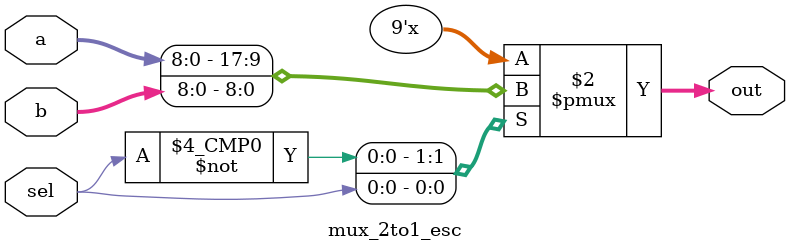
<source format=sv>
module mux_2to1_esc ( input logic [8:0] a,                 
    input logic [8:0 ]b,                                 
    input logic sel,             
    output reg [8:0] out);         

always @ (a or b or sel) begin
case (sel)
1'b0 : out <= a;
1'b1 : out <= b;
endcase
end
endmodule
</source>
